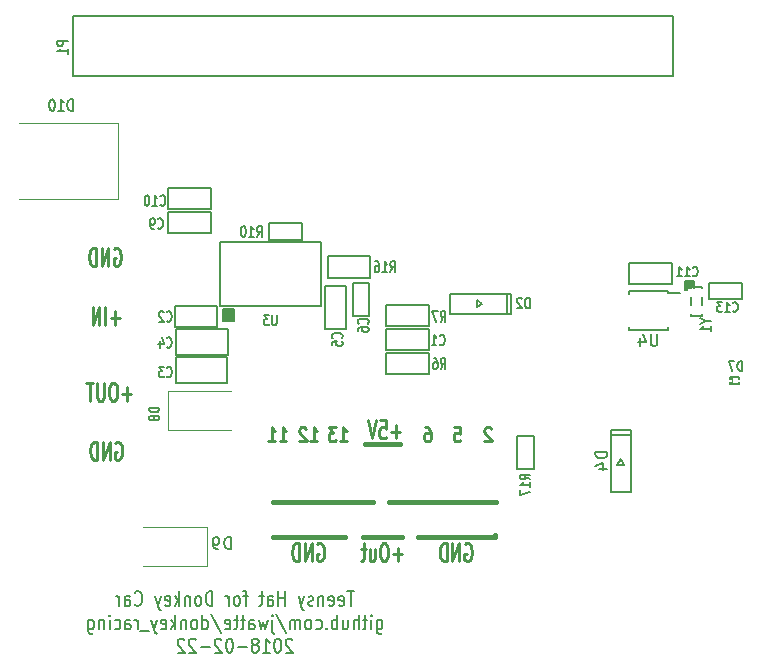
<source format=gbo>
G04 #@! TF.FileFunction,Legend,Bot*
%FSLAX45Y45*%
G04 Gerber Fmt 4.5, Leading zero omitted, Abs format (unit mm)*
G04 Created by KiCad (PCBNEW 4.0.7-e2-6376~58~ubuntu17.04.1) date Thu Feb 22 21:40:24 2018*
%MOMM*%
%LPD*%
G01*
G04 APERTURE LIST*
%ADD10C,0.100000*%
%ADD11C,0.250000*%
%ADD12C,0.200000*%
%ADD13C,0.254000*%
%ADD14C,0.400000*%
%ADD15C,0.150000*%
%ADD16C,0.127000*%
%ADD17C,0.120000*%
%ADD18C,0.175000*%
%ADD19C,0.152400*%
%ADD20R,1.700000X1.700000*%
%ADD21O,1.700000X1.700000*%
%ADD22C,1.500000*%
%ADD23R,0.901700X1.501140*%
%ADD24R,1.153160X1.851660*%
%ADD25R,1.501140X0.901700*%
%ADD26R,1.102360X0.802640*%
%ADD27R,0.848360X1.198880*%
%ADD28R,3.600000X1.800000*%
%ADD29O,3.600000X1.800000*%
%ADD30R,1.500000X1.500000*%
%ADD31O,1.500000X1.500000*%
%ADD32R,0.952500X1.551940*%
%ADD33R,0.802640X1.102360*%
%ADD34O,1.300000X2.000000*%
%ADD35R,2.200000X0.600000*%
%ADD36R,2.500000X3.500000*%
%ADD37R,1.400000X0.700000*%
%ADD38R,1.198880X0.848360*%
%ADD39R,1.100000X0.400000*%
%ADD40R,0.360000X0.250000*%
%ADD41R,2.500000X1.800000*%
%ADD42R,2.500000X3.300000*%
%ADD43C,1.506220*%
G04 APERTURE END LIST*
D10*
D11*
X9959048Y-9694286D02*
X10016191Y-9694286D01*
X9987619Y-9694286D02*
X9987619Y-9574286D01*
X9997143Y-9591429D01*
X10006667Y-9602857D01*
X10016191Y-9608571D01*
X9863810Y-9694286D02*
X9920952Y-9694286D01*
X9892381Y-9694286D02*
X9892381Y-9574286D01*
X9901905Y-9591429D01*
X9911429Y-9602857D01*
X9920952Y-9608571D01*
X10219048Y-9694286D02*
X10276191Y-9694286D01*
X10247619Y-9694286D02*
X10247619Y-9574286D01*
X10257143Y-9591429D01*
X10266667Y-9602857D01*
X10276191Y-9608571D01*
X10180952Y-9585714D02*
X10176191Y-9580000D01*
X10166667Y-9574286D01*
X10142857Y-9574286D01*
X10133333Y-9580000D01*
X10128571Y-9585714D01*
X10123810Y-9597143D01*
X10123810Y-9608571D01*
X10128571Y-9625714D01*
X10185714Y-9694286D01*
X10123810Y-9694286D01*
X10469048Y-9694286D02*
X10526191Y-9694286D01*
X10497619Y-9694286D02*
X10497619Y-9574286D01*
X10507143Y-9591429D01*
X10516667Y-9602857D01*
X10526191Y-9608571D01*
X10435714Y-9574286D02*
X10373810Y-9574286D01*
X10407143Y-9620000D01*
X10392857Y-9620000D01*
X10383333Y-9625714D01*
X10378571Y-9631429D01*
X10373810Y-9642857D01*
X10373810Y-9671429D01*
X10378571Y-9682857D01*
X10383333Y-9688571D01*
X10392857Y-9694286D01*
X10421429Y-9694286D01*
X10430952Y-9688571D01*
X10435714Y-9682857D01*
X11190952Y-9574286D02*
X11210000Y-9574286D01*
X11219524Y-9580000D01*
X11224286Y-9585714D01*
X11233809Y-9602857D01*
X11238571Y-9625714D01*
X11238571Y-9671429D01*
X11233809Y-9682857D01*
X11229048Y-9688571D01*
X11219524Y-9694286D01*
X11200476Y-9694286D01*
X11190952Y-9688571D01*
X11186190Y-9682857D01*
X11181429Y-9671429D01*
X11181429Y-9642857D01*
X11186190Y-9631429D01*
X11190952Y-9625714D01*
X11200476Y-9620000D01*
X11219524Y-9620000D01*
X11229048Y-9625714D01*
X11233809Y-9631429D01*
X11238571Y-9642857D01*
X11436190Y-9574286D02*
X11483809Y-9574286D01*
X11488571Y-9631429D01*
X11483809Y-9625714D01*
X11474286Y-9620000D01*
X11450476Y-9620000D01*
X11440952Y-9625714D01*
X11436190Y-9631429D01*
X11431428Y-9642857D01*
X11431428Y-9671429D01*
X11436190Y-9682857D01*
X11440952Y-9688571D01*
X11450476Y-9694286D01*
X11474286Y-9694286D01*
X11483809Y-9688571D01*
X11488571Y-9682857D01*
X11748571Y-9585714D02*
X11743809Y-9580000D01*
X11734286Y-9574286D01*
X11710476Y-9574286D01*
X11700952Y-9580000D01*
X11696190Y-9585714D01*
X11691428Y-9597143D01*
X11691428Y-9608571D01*
X11696190Y-9625714D01*
X11753333Y-9694286D01*
X11691428Y-9694286D01*
D12*
X10589524Y-10964286D02*
X10532381Y-10964286D01*
X10560953Y-11084286D02*
X10560953Y-10964286D01*
X10460953Y-11078571D02*
X10470476Y-11084286D01*
X10489524Y-11084286D01*
X10499048Y-11078571D01*
X10503810Y-11067143D01*
X10503810Y-11021429D01*
X10499048Y-11010000D01*
X10489524Y-11004286D01*
X10470476Y-11004286D01*
X10460953Y-11010000D01*
X10456191Y-11021429D01*
X10456191Y-11032857D01*
X10503810Y-11044286D01*
X10375238Y-11078571D02*
X10384762Y-11084286D01*
X10403810Y-11084286D01*
X10413334Y-11078571D01*
X10418095Y-11067143D01*
X10418095Y-11021429D01*
X10413334Y-11010000D01*
X10403810Y-11004286D01*
X10384762Y-11004286D01*
X10375238Y-11010000D01*
X10370476Y-11021429D01*
X10370476Y-11032857D01*
X10418095Y-11044286D01*
X10327619Y-11004286D02*
X10327619Y-11084286D01*
X10327619Y-11015714D02*
X10322857Y-11010000D01*
X10313334Y-11004286D01*
X10299048Y-11004286D01*
X10289524Y-11010000D01*
X10284762Y-11021429D01*
X10284762Y-11084286D01*
X10241905Y-11078571D02*
X10232381Y-11084286D01*
X10213334Y-11084286D01*
X10203810Y-11078571D01*
X10199048Y-11067143D01*
X10199048Y-11061429D01*
X10203810Y-11050000D01*
X10213334Y-11044286D01*
X10227619Y-11044286D01*
X10237143Y-11038571D01*
X10241905Y-11027143D01*
X10241905Y-11021429D01*
X10237143Y-11010000D01*
X10227619Y-11004286D01*
X10213334Y-11004286D01*
X10203810Y-11010000D01*
X10165714Y-11004286D02*
X10141905Y-11084286D01*
X10118095Y-11004286D02*
X10141905Y-11084286D01*
X10151429Y-11112857D01*
X10156191Y-11118571D01*
X10165714Y-11124286D01*
X10003810Y-11084286D02*
X10003810Y-10964286D01*
X10003810Y-11021429D02*
X9946667Y-11021429D01*
X9946667Y-11084286D02*
X9946667Y-10964286D01*
X9856191Y-11084286D02*
X9856191Y-11021429D01*
X9860952Y-11010000D01*
X9870476Y-11004286D01*
X9889524Y-11004286D01*
X9899048Y-11010000D01*
X9856191Y-11078571D02*
X9865714Y-11084286D01*
X9889524Y-11084286D01*
X9899048Y-11078571D01*
X9903810Y-11067143D01*
X9903810Y-11055714D01*
X9899048Y-11044286D01*
X9889524Y-11038571D01*
X9865714Y-11038571D01*
X9856191Y-11032857D01*
X9822857Y-11004286D02*
X9784762Y-11004286D01*
X9808572Y-10964286D02*
X9808572Y-11067143D01*
X9803810Y-11078571D01*
X9794286Y-11084286D01*
X9784762Y-11084286D01*
X9689524Y-11004286D02*
X9651429Y-11004286D01*
X9675238Y-11084286D02*
X9675238Y-10981429D01*
X9670476Y-10970000D01*
X9660952Y-10964286D01*
X9651429Y-10964286D01*
X9603810Y-11084286D02*
X9613333Y-11078571D01*
X9618095Y-11072857D01*
X9622857Y-11061429D01*
X9622857Y-11027143D01*
X9618095Y-11015714D01*
X9613333Y-11010000D01*
X9603810Y-11004286D01*
X9589524Y-11004286D01*
X9580000Y-11010000D01*
X9575238Y-11015714D01*
X9570476Y-11027143D01*
X9570476Y-11061429D01*
X9575238Y-11072857D01*
X9580000Y-11078571D01*
X9589524Y-11084286D01*
X9603810Y-11084286D01*
X9527619Y-11084286D02*
X9527619Y-11004286D01*
X9527619Y-11027143D02*
X9522857Y-11015714D01*
X9518095Y-11010000D01*
X9508571Y-11004286D01*
X9499048Y-11004286D01*
X9389524Y-11084286D02*
X9389524Y-10964286D01*
X9365714Y-10964286D01*
X9351428Y-10970000D01*
X9341905Y-10981429D01*
X9337143Y-10992857D01*
X9332381Y-11015714D01*
X9332381Y-11032857D01*
X9337143Y-11055714D01*
X9341905Y-11067143D01*
X9351428Y-11078571D01*
X9365714Y-11084286D01*
X9389524Y-11084286D01*
X9275238Y-11084286D02*
X9284762Y-11078571D01*
X9289524Y-11072857D01*
X9294286Y-11061429D01*
X9294286Y-11027143D01*
X9289524Y-11015714D01*
X9284762Y-11010000D01*
X9275238Y-11004286D01*
X9260952Y-11004286D01*
X9251428Y-11010000D01*
X9246667Y-11015714D01*
X9241905Y-11027143D01*
X9241905Y-11061429D01*
X9246667Y-11072857D01*
X9251428Y-11078571D01*
X9260952Y-11084286D01*
X9275238Y-11084286D01*
X9199048Y-11004286D02*
X9199048Y-11084286D01*
X9199048Y-11015714D02*
X9194286Y-11010000D01*
X9184762Y-11004286D01*
X9170476Y-11004286D01*
X9160952Y-11010000D01*
X9156190Y-11021429D01*
X9156190Y-11084286D01*
X9108571Y-11084286D02*
X9108571Y-10964286D01*
X9099048Y-11038571D02*
X9070476Y-11084286D01*
X9070476Y-11004286D02*
X9108571Y-11050000D01*
X8989524Y-11078571D02*
X8999047Y-11084286D01*
X9018095Y-11084286D01*
X9027619Y-11078571D01*
X9032381Y-11067143D01*
X9032381Y-11021429D01*
X9027619Y-11010000D01*
X9018095Y-11004286D01*
X8999047Y-11004286D01*
X8989524Y-11010000D01*
X8984762Y-11021429D01*
X8984762Y-11032857D01*
X9032381Y-11044286D01*
X8951428Y-11004286D02*
X8927619Y-11084286D01*
X8903809Y-11004286D02*
X8927619Y-11084286D01*
X8937143Y-11112857D01*
X8941905Y-11118571D01*
X8951428Y-11124286D01*
X8732381Y-11072857D02*
X8737143Y-11078571D01*
X8751428Y-11084286D01*
X8760952Y-11084286D01*
X8775238Y-11078571D01*
X8784762Y-11067143D01*
X8789524Y-11055714D01*
X8794286Y-11032857D01*
X8794286Y-11015714D01*
X8789524Y-10992857D01*
X8784762Y-10981429D01*
X8775238Y-10970000D01*
X8760952Y-10964286D01*
X8751428Y-10964286D01*
X8737143Y-10970000D01*
X8732381Y-10975714D01*
X8646666Y-11084286D02*
X8646666Y-11021429D01*
X8651428Y-11010000D01*
X8660952Y-11004286D01*
X8680000Y-11004286D01*
X8689524Y-11010000D01*
X8646666Y-11078571D02*
X8656190Y-11084286D01*
X8680000Y-11084286D01*
X8689524Y-11078571D01*
X8694286Y-11067143D01*
X8694286Y-11055714D01*
X8689524Y-11044286D01*
X8680000Y-11038571D01*
X8656190Y-11038571D01*
X8646666Y-11032857D01*
X8599047Y-11084286D02*
X8599047Y-11004286D01*
X8599047Y-11027143D02*
X8594286Y-11015714D01*
X8589524Y-11010000D01*
X8580000Y-11004286D01*
X8570476Y-11004286D01*
X10780000Y-11204286D02*
X10780000Y-11301429D01*
X10784762Y-11312857D01*
X10789524Y-11318571D01*
X10799048Y-11324286D01*
X10813333Y-11324286D01*
X10822857Y-11318571D01*
X10780000Y-11278571D02*
X10789524Y-11284286D01*
X10808572Y-11284286D01*
X10818095Y-11278571D01*
X10822857Y-11272857D01*
X10827619Y-11261429D01*
X10827619Y-11227143D01*
X10822857Y-11215714D01*
X10818095Y-11210000D01*
X10808572Y-11204286D01*
X10789524Y-11204286D01*
X10780000Y-11210000D01*
X10732381Y-11284286D02*
X10732381Y-11204286D01*
X10732381Y-11164286D02*
X10737143Y-11170000D01*
X10732381Y-11175714D01*
X10727619Y-11170000D01*
X10732381Y-11164286D01*
X10732381Y-11175714D01*
X10699048Y-11204286D02*
X10660953Y-11204286D01*
X10684762Y-11164286D02*
X10684762Y-11267143D01*
X10680000Y-11278571D01*
X10670476Y-11284286D01*
X10660953Y-11284286D01*
X10627619Y-11284286D02*
X10627619Y-11164286D01*
X10584762Y-11284286D02*
X10584762Y-11221429D01*
X10589524Y-11210000D01*
X10599048Y-11204286D01*
X10613333Y-11204286D01*
X10622857Y-11210000D01*
X10627619Y-11215714D01*
X10494286Y-11204286D02*
X10494286Y-11284286D01*
X10537143Y-11204286D02*
X10537143Y-11267143D01*
X10532381Y-11278571D01*
X10522857Y-11284286D01*
X10508571Y-11284286D01*
X10499048Y-11278571D01*
X10494286Y-11272857D01*
X10446667Y-11284286D02*
X10446667Y-11164286D01*
X10446667Y-11210000D02*
X10437143Y-11204286D01*
X10418095Y-11204286D01*
X10408571Y-11210000D01*
X10403810Y-11215714D01*
X10399048Y-11227143D01*
X10399048Y-11261429D01*
X10403810Y-11272857D01*
X10408571Y-11278571D01*
X10418095Y-11284286D01*
X10437143Y-11284286D01*
X10446667Y-11278571D01*
X10356191Y-11272857D02*
X10351429Y-11278571D01*
X10356191Y-11284286D01*
X10360952Y-11278571D01*
X10356191Y-11272857D01*
X10356191Y-11284286D01*
X10265714Y-11278571D02*
X10275238Y-11284286D01*
X10294286Y-11284286D01*
X10303810Y-11278571D01*
X10308572Y-11272857D01*
X10313333Y-11261429D01*
X10313333Y-11227143D01*
X10308572Y-11215714D01*
X10303810Y-11210000D01*
X10294286Y-11204286D01*
X10275238Y-11204286D01*
X10265714Y-11210000D01*
X10208572Y-11284286D02*
X10218095Y-11278571D01*
X10222857Y-11272857D01*
X10227619Y-11261429D01*
X10227619Y-11227143D01*
X10222857Y-11215714D01*
X10218095Y-11210000D01*
X10208572Y-11204286D01*
X10194286Y-11204286D01*
X10184762Y-11210000D01*
X10180000Y-11215714D01*
X10175238Y-11227143D01*
X10175238Y-11261429D01*
X10180000Y-11272857D01*
X10184762Y-11278571D01*
X10194286Y-11284286D01*
X10208572Y-11284286D01*
X10132381Y-11284286D02*
X10132381Y-11204286D01*
X10132381Y-11215714D02*
X10127619Y-11210000D01*
X10118095Y-11204286D01*
X10103810Y-11204286D01*
X10094286Y-11210000D01*
X10089524Y-11221429D01*
X10089524Y-11284286D01*
X10089524Y-11221429D02*
X10084762Y-11210000D01*
X10075238Y-11204286D01*
X10060952Y-11204286D01*
X10051429Y-11210000D01*
X10046667Y-11221429D01*
X10046667Y-11284286D01*
X9927619Y-11158571D02*
X10013333Y-11312857D01*
X9894286Y-11204286D02*
X9894286Y-11307143D01*
X9899048Y-11318571D01*
X9908572Y-11324286D01*
X9913333Y-11324286D01*
X9894286Y-11164286D02*
X9899048Y-11170000D01*
X9894286Y-11175714D01*
X9889524Y-11170000D01*
X9894286Y-11164286D01*
X9894286Y-11175714D01*
X9856191Y-11204286D02*
X9837143Y-11284286D01*
X9818095Y-11227143D01*
X9799048Y-11284286D01*
X9780000Y-11204286D01*
X9699048Y-11284286D02*
X9699048Y-11221429D01*
X9703810Y-11210000D01*
X9713333Y-11204286D01*
X9732381Y-11204286D01*
X9741905Y-11210000D01*
X9699048Y-11278571D02*
X9708572Y-11284286D01*
X9732381Y-11284286D01*
X9741905Y-11278571D01*
X9746667Y-11267143D01*
X9746667Y-11255714D01*
X9741905Y-11244286D01*
X9732381Y-11238571D01*
X9708572Y-11238571D01*
X9699048Y-11232857D01*
X9665714Y-11204286D02*
X9627619Y-11204286D01*
X9651429Y-11164286D02*
X9651429Y-11267143D01*
X9646667Y-11278571D01*
X9637143Y-11284286D01*
X9627619Y-11284286D01*
X9608572Y-11204286D02*
X9570476Y-11204286D01*
X9594286Y-11164286D02*
X9594286Y-11267143D01*
X9589524Y-11278571D01*
X9580000Y-11284286D01*
X9570476Y-11284286D01*
X9499048Y-11278571D02*
X9508571Y-11284286D01*
X9527619Y-11284286D01*
X9537143Y-11278571D01*
X9541905Y-11267143D01*
X9541905Y-11221429D01*
X9537143Y-11210000D01*
X9527619Y-11204286D01*
X9508571Y-11204286D01*
X9499048Y-11210000D01*
X9494286Y-11221429D01*
X9494286Y-11232857D01*
X9541905Y-11244286D01*
X9380000Y-11158571D02*
X9465714Y-11312857D01*
X9303810Y-11284286D02*
X9303810Y-11164286D01*
X9303810Y-11278571D02*
X9313333Y-11284286D01*
X9332381Y-11284286D01*
X9341905Y-11278571D01*
X9346667Y-11272857D01*
X9351429Y-11261429D01*
X9351429Y-11227143D01*
X9346667Y-11215714D01*
X9341905Y-11210000D01*
X9332381Y-11204286D01*
X9313333Y-11204286D01*
X9303810Y-11210000D01*
X9241905Y-11284286D02*
X9251429Y-11278571D01*
X9256191Y-11272857D01*
X9260952Y-11261429D01*
X9260952Y-11227143D01*
X9256191Y-11215714D01*
X9251429Y-11210000D01*
X9241905Y-11204286D01*
X9227619Y-11204286D01*
X9218095Y-11210000D01*
X9213333Y-11215714D01*
X9208571Y-11227143D01*
X9208571Y-11261429D01*
X9213333Y-11272857D01*
X9218095Y-11278571D01*
X9227619Y-11284286D01*
X9241905Y-11284286D01*
X9165714Y-11204286D02*
X9165714Y-11284286D01*
X9165714Y-11215714D02*
X9160952Y-11210000D01*
X9151429Y-11204286D01*
X9137143Y-11204286D01*
X9127619Y-11210000D01*
X9122857Y-11221429D01*
X9122857Y-11284286D01*
X9075238Y-11284286D02*
X9075238Y-11164286D01*
X9065714Y-11238571D02*
X9037143Y-11284286D01*
X9037143Y-11204286D02*
X9075238Y-11250000D01*
X8956190Y-11278571D02*
X8965714Y-11284286D01*
X8984762Y-11284286D01*
X8994286Y-11278571D01*
X8999048Y-11267143D01*
X8999048Y-11221429D01*
X8994286Y-11210000D01*
X8984762Y-11204286D01*
X8965714Y-11204286D01*
X8956190Y-11210000D01*
X8951429Y-11221429D01*
X8951429Y-11232857D01*
X8999048Y-11244286D01*
X8918095Y-11204286D02*
X8894286Y-11284286D01*
X8870476Y-11204286D02*
X8894286Y-11284286D01*
X8903810Y-11312857D01*
X8908571Y-11318571D01*
X8918095Y-11324286D01*
X8856190Y-11295714D02*
X8780000Y-11295714D01*
X8756190Y-11284286D02*
X8756190Y-11204286D01*
X8756190Y-11227143D02*
X8751429Y-11215714D01*
X8746667Y-11210000D01*
X8737143Y-11204286D01*
X8727619Y-11204286D01*
X8651428Y-11284286D02*
X8651428Y-11221429D01*
X8656190Y-11210000D01*
X8665714Y-11204286D01*
X8684762Y-11204286D01*
X8694286Y-11210000D01*
X8651428Y-11278571D02*
X8660952Y-11284286D01*
X8684762Y-11284286D01*
X8694286Y-11278571D01*
X8699048Y-11267143D01*
X8699048Y-11255714D01*
X8694286Y-11244286D01*
X8684762Y-11238571D01*
X8660952Y-11238571D01*
X8651428Y-11232857D01*
X8560952Y-11278571D02*
X8570476Y-11284286D01*
X8589524Y-11284286D01*
X8599048Y-11278571D01*
X8603809Y-11272857D01*
X8608571Y-11261429D01*
X8608571Y-11227143D01*
X8603809Y-11215714D01*
X8599048Y-11210000D01*
X8589524Y-11204286D01*
X8570476Y-11204286D01*
X8560952Y-11210000D01*
X8518095Y-11284286D02*
X8518095Y-11204286D01*
X8518095Y-11164286D02*
X8522857Y-11170000D01*
X8518095Y-11175714D01*
X8513333Y-11170000D01*
X8518095Y-11164286D01*
X8518095Y-11175714D01*
X8470476Y-11204286D02*
X8470476Y-11284286D01*
X8470476Y-11215714D02*
X8465714Y-11210000D01*
X8456190Y-11204286D01*
X8441905Y-11204286D01*
X8432381Y-11210000D01*
X8427619Y-11221429D01*
X8427619Y-11284286D01*
X8337143Y-11204286D02*
X8337143Y-11301429D01*
X8341905Y-11312857D01*
X8346666Y-11318571D01*
X8356190Y-11324286D01*
X8370476Y-11324286D01*
X8380000Y-11318571D01*
X8337143Y-11278571D02*
X8346666Y-11284286D01*
X8365714Y-11284286D01*
X8375238Y-11278571D01*
X8380000Y-11272857D01*
X8384762Y-11261429D01*
X8384762Y-11227143D01*
X8380000Y-11215714D01*
X8375238Y-11210000D01*
X8365714Y-11204286D01*
X8346666Y-11204286D01*
X8337143Y-11210000D01*
X10065714Y-11375714D02*
X10060952Y-11370000D01*
X10051429Y-11364286D01*
X10027619Y-11364286D01*
X10018095Y-11370000D01*
X10013333Y-11375714D01*
X10008571Y-11387143D01*
X10008571Y-11398571D01*
X10013333Y-11415714D01*
X10070476Y-11484286D01*
X10008571Y-11484286D01*
X9946667Y-11364286D02*
X9937143Y-11364286D01*
X9927619Y-11370000D01*
X9922857Y-11375714D01*
X9918095Y-11387143D01*
X9913333Y-11410000D01*
X9913333Y-11438571D01*
X9918095Y-11461429D01*
X9922857Y-11472857D01*
X9927619Y-11478571D01*
X9937143Y-11484286D01*
X9946667Y-11484286D01*
X9956191Y-11478571D01*
X9960952Y-11472857D01*
X9965714Y-11461429D01*
X9970476Y-11438571D01*
X9970476Y-11410000D01*
X9965714Y-11387143D01*
X9960952Y-11375714D01*
X9956191Y-11370000D01*
X9946667Y-11364286D01*
X9818095Y-11484286D02*
X9875238Y-11484286D01*
X9846667Y-11484286D02*
X9846667Y-11364286D01*
X9856191Y-11381429D01*
X9865714Y-11392857D01*
X9875238Y-11398571D01*
X9760952Y-11415714D02*
X9770476Y-11410000D01*
X9775238Y-11404286D01*
X9780000Y-11392857D01*
X9780000Y-11387143D01*
X9775238Y-11375714D01*
X9770476Y-11370000D01*
X9760952Y-11364286D01*
X9741905Y-11364286D01*
X9732381Y-11370000D01*
X9727619Y-11375714D01*
X9722857Y-11387143D01*
X9722857Y-11392857D01*
X9727619Y-11404286D01*
X9732381Y-11410000D01*
X9741905Y-11415714D01*
X9760952Y-11415714D01*
X9770476Y-11421429D01*
X9775238Y-11427143D01*
X9780000Y-11438571D01*
X9780000Y-11461429D01*
X9775238Y-11472857D01*
X9770476Y-11478571D01*
X9760952Y-11484286D01*
X9741905Y-11484286D01*
X9732381Y-11478571D01*
X9727619Y-11472857D01*
X9722857Y-11461429D01*
X9722857Y-11438571D01*
X9727619Y-11427143D01*
X9732381Y-11421429D01*
X9741905Y-11415714D01*
X9680000Y-11438571D02*
X9603810Y-11438571D01*
X9537143Y-11364286D02*
X9527619Y-11364286D01*
X9518095Y-11370000D01*
X9513333Y-11375714D01*
X9508571Y-11387143D01*
X9503810Y-11410000D01*
X9503810Y-11438571D01*
X9508571Y-11461429D01*
X9513333Y-11472857D01*
X9518095Y-11478571D01*
X9527619Y-11484286D01*
X9537143Y-11484286D01*
X9546667Y-11478571D01*
X9551429Y-11472857D01*
X9556191Y-11461429D01*
X9560952Y-11438571D01*
X9560952Y-11410000D01*
X9556191Y-11387143D01*
X9551429Y-11375714D01*
X9546667Y-11370000D01*
X9537143Y-11364286D01*
X9465714Y-11375714D02*
X9460952Y-11370000D01*
X9451429Y-11364286D01*
X9427619Y-11364286D01*
X9418095Y-11370000D01*
X9413333Y-11375714D01*
X9408571Y-11387143D01*
X9408571Y-11398571D01*
X9413333Y-11415714D01*
X9470476Y-11484286D01*
X9408571Y-11484286D01*
X9365714Y-11438571D02*
X9289524Y-11438571D01*
X9246667Y-11375714D02*
X9241905Y-11370000D01*
X9232381Y-11364286D01*
X9208571Y-11364286D01*
X9199048Y-11370000D01*
X9194286Y-11375714D01*
X9189524Y-11387143D01*
X9189524Y-11398571D01*
X9194286Y-11415714D01*
X9251429Y-11484286D01*
X9189524Y-11484286D01*
X9151429Y-11375714D02*
X9146667Y-11370000D01*
X9137143Y-11364286D01*
X9113333Y-11364286D01*
X9103810Y-11370000D01*
X9099048Y-11375714D01*
X9094286Y-11387143D01*
X9094286Y-11398571D01*
X9099048Y-11415714D01*
X9156191Y-11484286D01*
X9094286Y-11484286D01*
D13*
X10980629Y-9610886D02*
X10903219Y-9610886D01*
X10941924Y-9668943D02*
X10941924Y-9552829D01*
X10806457Y-9516543D02*
X10854838Y-9516543D01*
X10859676Y-9589114D01*
X10854838Y-9581857D01*
X10845162Y-9574600D01*
X10820971Y-9574600D01*
X10811295Y-9581857D01*
X10806457Y-9589114D01*
X10801619Y-9603629D01*
X10801619Y-9639914D01*
X10806457Y-9654429D01*
X10811295Y-9661686D01*
X10820971Y-9668943D01*
X10845162Y-9668943D01*
X10854838Y-9661686D01*
X10859676Y-9654429D01*
X10772590Y-9516543D02*
X10738724Y-9668943D01*
X10704857Y-9516543D01*
X10277410Y-10563800D02*
X10287086Y-10556543D01*
X10301600Y-10556543D01*
X10316114Y-10563800D01*
X10325790Y-10578314D01*
X10330629Y-10592829D01*
X10335467Y-10621857D01*
X10335467Y-10643629D01*
X10330629Y-10672657D01*
X10325790Y-10687171D01*
X10316114Y-10701686D01*
X10301600Y-10708943D01*
X10291924Y-10708943D01*
X10277410Y-10701686D01*
X10272571Y-10694429D01*
X10272571Y-10643629D01*
X10291924Y-10643629D01*
X10229029Y-10708943D02*
X10229029Y-10556543D01*
X10170971Y-10708943D01*
X10170971Y-10556543D01*
X10122590Y-10708943D02*
X10122590Y-10556543D01*
X10098400Y-10556543D01*
X10083886Y-10563800D01*
X10074210Y-10578314D01*
X10069371Y-10592829D01*
X10064533Y-10621857D01*
X10064533Y-10643629D01*
X10069371Y-10672657D01*
X10074210Y-10687171D01*
X10083886Y-10701686D01*
X10098400Y-10708943D01*
X10122590Y-10708943D01*
X10996914Y-10650886D02*
X10919505Y-10650886D01*
X10958210Y-10708943D02*
X10958210Y-10592829D01*
X10851771Y-10556543D02*
X10832419Y-10556543D01*
X10822743Y-10563800D01*
X10813067Y-10578314D01*
X10808229Y-10607343D01*
X10808229Y-10658143D01*
X10813067Y-10687171D01*
X10822743Y-10701686D01*
X10832419Y-10708943D01*
X10851771Y-10708943D01*
X10861448Y-10701686D01*
X10871124Y-10687171D01*
X10875962Y-10658143D01*
X10875962Y-10607343D01*
X10871124Y-10578314D01*
X10861448Y-10563800D01*
X10851771Y-10556543D01*
X10721143Y-10607343D02*
X10721143Y-10708943D01*
X10764686Y-10607343D02*
X10764686Y-10687171D01*
X10759848Y-10701686D01*
X10750171Y-10708943D01*
X10735657Y-10708943D01*
X10725981Y-10701686D01*
X10721143Y-10694429D01*
X10687276Y-10607343D02*
X10648571Y-10607343D01*
X10672762Y-10556543D02*
X10672762Y-10687171D01*
X10667924Y-10701686D01*
X10658248Y-10708943D01*
X10648571Y-10708943D01*
X11527409Y-10563800D02*
X11537086Y-10556543D01*
X11551600Y-10556543D01*
X11566114Y-10563800D01*
X11575790Y-10578314D01*
X11580628Y-10592829D01*
X11585467Y-10621857D01*
X11585467Y-10643629D01*
X11580628Y-10672657D01*
X11575790Y-10687171D01*
X11566114Y-10701686D01*
X11551600Y-10708943D01*
X11541924Y-10708943D01*
X11527409Y-10701686D01*
X11522571Y-10694429D01*
X11522571Y-10643629D01*
X11541924Y-10643629D01*
X11479028Y-10708943D02*
X11479028Y-10556543D01*
X11420971Y-10708943D01*
X11420971Y-10556543D01*
X11372590Y-10708943D02*
X11372590Y-10556543D01*
X11348400Y-10556543D01*
X11333886Y-10563800D01*
X11324209Y-10578314D01*
X11319371Y-10592829D01*
X11314533Y-10621857D01*
X11314533Y-10643629D01*
X11319371Y-10672657D01*
X11324209Y-10687171D01*
X11333886Y-10701686D01*
X11348400Y-10708943D01*
X11372590Y-10708943D01*
D14*
X11780000Y-10500000D02*
X11780000Y-10490000D01*
X11130000Y-10500000D02*
X11780000Y-10500000D01*
X10510000Y-10500000D02*
X9900000Y-10500000D01*
X10880000Y-10210000D02*
X11790000Y-10210000D01*
X9900000Y-10210000D02*
X10750000Y-10210000D01*
X10680000Y-9720000D02*
X10980000Y-9720000D01*
X10660000Y-10500000D02*
X10990000Y-10500000D01*
D13*
X8567410Y-9703800D02*
X8577086Y-9696543D01*
X8591600Y-9696543D01*
X8606114Y-9703800D01*
X8615790Y-9718314D01*
X8620629Y-9732829D01*
X8625467Y-9761857D01*
X8625467Y-9783629D01*
X8620629Y-9812657D01*
X8615790Y-9827171D01*
X8606114Y-9841686D01*
X8591600Y-9848943D01*
X8581924Y-9848943D01*
X8567410Y-9841686D01*
X8562571Y-9834429D01*
X8562571Y-9783629D01*
X8581924Y-9783629D01*
X8519029Y-9848943D02*
X8519029Y-9696543D01*
X8460971Y-9848943D01*
X8460971Y-9696543D01*
X8412590Y-9848943D02*
X8412590Y-9696543D01*
X8388400Y-9696543D01*
X8373886Y-9703800D01*
X8364209Y-9718314D01*
X8359371Y-9732829D01*
X8354533Y-9761857D01*
X8354533Y-9783629D01*
X8359371Y-9812657D01*
X8364209Y-9827171D01*
X8373886Y-9841686D01*
X8388400Y-9848943D01*
X8412590Y-9848943D01*
X8557410Y-8063800D02*
X8567086Y-8056543D01*
X8581600Y-8056543D01*
X8596114Y-8063800D01*
X8605790Y-8078314D01*
X8610629Y-8092829D01*
X8615467Y-8121857D01*
X8615467Y-8143629D01*
X8610629Y-8172657D01*
X8605790Y-8187171D01*
X8596114Y-8201686D01*
X8581600Y-8208943D01*
X8571924Y-8208943D01*
X8557410Y-8201686D01*
X8552571Y-8194429D01*
X8552571Y-8143629D01*
X8571924Y-8143629D01*
X8509029Y-8208943D02*
X8509029Y-8056543D01*
X8450971Y-8208943D01*
X8450971Y-8056543D01*
X8402590Y-8208943D02*
X8402590Y-8056543D01*
X8378400Y-8056543D01*
X8363886Y-8063800D01*
X8354209Y-8078314D01*
X8349371Y-8092829D01*
X8344533Y-8121857D01*
X8344533Y-8143629D01*
X8349371Y-8172657D01*
X8354209Y-8187171D01*
X8363886Y-8201686D01*
X8378400Y-8208943D01*
X8402590Y-8208943D01*
X8606114Y-8650886D02*
X8528705Y-8650886D01*
X8567410Y-8708943D02*
X8567410Y-8592829D01*
X8480324Y-8708943D02*
X8480324Y-8556543D01*
X8431943Y-8708943D02*
X8431943Y-8556543D01*
X8373886Y-8708943D01*
X8373886Y-8556543D01*
X8703848Y-9290886D02*
X8626438Y-9290886D01*
X8665143Y-9348943D02*
X8665143Y-9232829D01*
X8558705Y-9196543D02*
X8539352Y-9196543D01*
X8529676Y-9203800D01*
X8520000Y-9218314D01*
X8515162Y-9247343D01*
X8515162Y-9298143D01*
X8520000Y-9327171D01*
X8529676Y-9341686D01*
X8539352Y-9348943D01*
X8558705Y-9348943D01*
X8568381Y-9341686D01*
X8578057Y-9327171D01*
X8582895Y-9298143D01*
X8582895Y-9247343D01*
X8578057Y-9218314D01*
X8568381Y-9203800D01*
X8558705Y-9196543D01*
X8471619Y-9196543D02*
X8471619Y-9319914D01*
X8466781Y-9334429D01*
X8461943Y-9341686D01*
X8452267Y-9348943D01*
X8432914Y-9348943D01*
X8423238Y-9341686D01*
X8418400Y-9334429D01*
X8413562Y-9319914D01*
X8413562Y-9196543D01*
X8379695Y-9196543D02*
X8321638Y-9196543D01*
X8350667Y-9348943D02*
X8350667Y-9196543D01*
D15*
X8210000Y-6604000D02*
X13290000Y-6604000D01*
X13290000Y-6604000D02*
X13290000Y-6096000D01*
X13290000Y-6096000D02*
X8210000Y-6096000D01*
X8210000Y-6096000D02*
X8210000Y-6604000D01*
D16*
X11222482Y-8742934D02*
X11222482Y-8922766D01*
X11222482Y-8922766D02*
X10862818Y-8922766D01*
X10862818Y-8922766D02*
X10862818Y-8742934D01*
X10862818Y-8742934D02*
X11222482Y-8742934D01*
X9431782Y-8546084D02*
X9431782Y-8725916D01*
X9431782Y-8725916D02*
X9072118Y-8725916D01*
X9072118Y-8725916D02*
X9072118Y-8546084D01*
X9072118Y-8546084D02*
X9431782Y-8546084D01*
X9516364Y-8983218D02*
X9516364Y-9203182D01*
X9516364Y-9203182D02*
X9076436Y-9203182D01*
X9076436Y-9203182D02*
X9076436Y-8983218D01*
X9076436Y-8983218D02*
X9516364Y-8983218D01*
X9519964Y-8740018D02*
X9519964Y-8959982D01*
X9519964Y-8959982D02*
X9080036Y-8959982D01*
X9080036Y-8959982D02*
X9080036Y-8740018D01*
X9080036Y-8740018D02*
X9519964Y-8740018D01*
X10340084Y-8380168D02*
X10519916Y-8380168D01*
X10519916Y-8380168D02*
X10519916Y-8739832D01*
X10519916Y-8739832D02*
X10340084Y-8739832D01*
X10340084Y-8739832D02*
X10340084Y-8380168D01*
X10579100Y-8349996D02*
X10718800Y-8349996D01*
X10718800Y-8349996D02*
X10718800Y-8629904D01*
X10718800Y-8629904D02*
X10579100Y-8629904D01*
X10579100Y-8629904D02*
X10579100Y-8349996D01*
X9014968Y-7932166D02*
X9014968Y-7752334D01*
X9014968Y-7752334D02*
X9374632Y-7752334D01*
X9374632Y-7752334D02*
X9374632Y-7932166D01*
X9374632Y-7932166D02*
X9014968Y-7932166D01*
X9014968Y-7728966D02*
X9014968Y-7549134D01*
X9014968Y-7549134D02*
X9374632Y-7549134D01*
X9374632Y-7549134D02*
X9374632Y-7728966D01*
X9374632Y-7728966D02*
X9014968Y-7728966D01*
X11879776Y-8445164D02*
X11400224Y-8445164D01*
X11400224Y-8445164D02*
X11400224Y-8614836D01*
X11400224Y-8614836D02*
X11879776Y-8614836D01*
X11879776Y-8614836D02*
X11879776Y-8445164D01*
X11674798Y-8530000D02*
X11625014Y-8500028D01*
X11625014Y-8500028D02*
X11625014Y-8559972D01*
X11625014Y-8559972D02*
X11674798Y-8530000D01*
X11919908Y-8445164D02*
X11879776Y-8445164D01*
X11879776Y-8445164D02*
X11879776Y-8614836D01*
X11879776Y-8614836D02*
X11919908Y-8614836D01*
X11919908Y-8614836D02*
X11919908Y-8445164D01*
X10862818Y-9125966D02*
X10862818Y-8946134D01*
X10862818Y-8946134D02*
X11222482Y-8946134D01*
X11222482Y-8946134D02*
X11222482Y-9125966D01*
X11222482Y-9125966D02*
X10862818Y-9125966D01*
X11222482Y-8539734D02*
X11222482Y-8719566D01*
X11222482Y-8719566D02*
X10862818Y-8719566D01*
X10862818Y-8719566D02*
X10862818Y-8539734D01*
X10862818Y-8539734D02*
X11222482Y-8539734D01*
X9867646Y-7988300D02*
X9867646Y-7848600D01*
X9867646Y-7848600D02*
X10147554Y-7848600D01*
X10147554Y-7848600D02*
X10147554Y-7988300D01*
X10147554Y-7988300D02*
X9867646Y-7988300D01*
X10727182Y-8126984D02*
X10727182Y-8306816D01*
X10727182Y-8306816D02*
X10367518Y-8306816D01*
X10367518Y-8306816D02*
X10367518Y-8126984D01*
X10367518Y-8126984D02*
X10727182Y-8126984D01*
D15*
X9560600Y-8570400D02*
X9560600Y-8670400D01*
X9550600Y-8570400D02*
X9550600Y-8670400D01*
X9540600Y-8570400D02*
X9540600Y-8670400D01*
X9530600Y-8570400D02*
X9530600Y-8670400D01*
X9520600Y-8570400D02*
X9520600Y-8670400D01*
X9510600Y-8570400D02*
X9510600Y-8670400D01*
X9500600Y-8570400D02*
X9500600Y-8670400D01*
X9490600Y-8570400D02*
X9490600Y-8670400D01*
X9480600Y-8570400D02*
X9480600Y-8670400D01*
X9480600Y-8670400D02*
X9570600Y-8670400D01*
X9570600Y-8670400D02*
X9570600Y-8570400D01*
X9570600Y-8570400D02*
X9480600Y-8570400D01*
X10310600Y-8450400D02*
X10310600Y-8550400D01*
X10310600Y-8550400D02*
X10210600Y-8550400D01*
X10210600Y-8550900D02*
X9450600Y-8550900D01*
X9450600Y-8550900D02*
X9450600Y-8009900D01*
X9450600Y-8009900D02*
X10310600Y-8009900D01*
X10310600Y-8009900D02*
X10310600Y-8450900D01*
X13387400Y-8399000D02*
X13437400Y-8399000D01*
X13387400Y-8389000D02*
X13437400Y-8389000D01*
X13387400Y-8379000D02*
X13437400Y-8379000D01*
X13387400Y-8369000D02*
X13457400Y-8369000D01*
X13387400Y-8359000D02*
X13457400Y-8359000D01*
X13387400Y-8349000D02*
X13457400Y-8349000D01*
X13412400Y-8334000D02*
X13462400Y-8334000D01*
X13462400Y-8334000D02*
X13462400Y-8409000D01*
X13462400Y-8409000D02*
X13387400Y-8409000D01*
X13387400Y-8409000D02*
X13387400Y-8334000D01*
X13387400Y-8334000D02*
X13412400Y-8334000D01*
X13437400Y-8384000D02*
X13437400Y-8634000D01*
X13437400Y-8634000D02*
X13537400Y-8634000D01*
X13537400Y-8634000D02*
X13537400Y-8384000D01*
X13537400Y-8384000D02*
X13437400Y-8384000D01*
D16*
X12761214Y-9640824D02*
X12761214Y-10120376D01*
X12761214Y-10120376D02*
X12930886Y-10120376D01*
X12930886Y-10120376D02*
X12930886Y-9640824D01*
X12930886Y-9640824D02*
X12761214Y-9640824D01*
X12846050Y-9845802D02*
X12816078Y-9895586D01*
X12816078Y-9895586D02*
X12876022Y-9895586D01*
X12876022Y-9895586D02*
X12846050Y-9845802D01*
X12761214Y-9600692D02*
X12761214Y-9640824D01*
X12761214Y-9640824D02*
X12930886Y-9640824D01*
X12930886Y-9640824D02*
X12930886Y-9600692D01*
X12930886Y-9600692D02*
X12761214Y-9600692D01*
D15*
X13243500Y-8422700D02*
X13243500Y-8435200D01*
X12918500Y-8422700D02*
X12918500Y-8445200D01*
X12918500Y-8747700D02*
X12918500Y-8725200D01*
X13243500Y-8747700D02*
X13243500Y-8725200D01*
X13243500Y-8422700D02*
X12918500Y-8422700D01*
X13243500Y-8747700D02*
X12918500Y-8747700D01*
X13243500Y-8435200D02*
X13351000Y-8435200D01*
D16*
X12920168Y-8359916D02*
X12920168Y-8180084D01*
X12920168Y-8180084D02*
X13279832Y-8180084D01*
X13279832Y-8180084D02*
X13279832Y-8359916D01*
X13279832Y-8359916D02*
X12920168Y-8359916D01*
X13590046Y-8489850D02*
X13590046Y-8350150D01*
X13590046Y-8350150D02*
X13869954Y-8350150D01*
X13869954Y-8350150D02*
X13869954Y-8489850D01*
X13869954Y-8489850D02*
X13590046Y-8489850D01*
X12109850Y-9929954D02*
X11970150Y-9929954D01*
X11970150Y-9929954D02*
X11970150Y-9650046D01*
X11970150Y-9650046D02*
X12109850Y-9650046D01*
X12109850Y-9650046D02*
X12109850Y-9929954D01*
D15*
X13780000Y-9210000D02*
X13780000Y-9150000D01*
X13790000Y-9210000D02*
X13790000Y-9150000D01*
X13790000Y-9150000D02*
X13790000Y-9200000D01*
X13770000Y-9210000D02*
X13850000Y-9210000D01*
X13850000Y-9210000D02*
X13850000Y-9150000D01*
X13850000Y-9150000D02*
X13770000Y-9150000D01*
X13770000Y-9150000D02*
X13770000Y-9210000D01*
D17*
X9010000Y-9595000D02*
X9010000Y-9265000D01*
X9010000Y-9265000D02*
X9550000Y-9265000D01*
X9010000Y-9595000D02*
X9550000Y-9595000D01*
X9340000Y-10415000D02*
X9340000Y-10745000D01*
X9340000Y-10745000D02*
X8800000Y-10745000D01*
X9340000Y-10415000D02*
X8800000Y-10415000D01*
X8590000Y-7645000D02*
X8590000Y-6995000D01*
X8590000Y-7645000D02*
X7750000Y-7645000D01*
X8590000Y-6995000D02*
X7750000Y-6995000D01*
D18*
X8166174Y-6305953D02*
X8076174Y-6305953D01*
X8076174Y-6332620D01*
X8080460Y-6339287D01*
X8084746Y-6342620D01*
X8093317Y-6345953D01*
X8106174Y-6345953D01*
X8114746Y-6342620D01*
X8119031Y-6339287D01*
X8123317Y-6332620D01*
X8123317Y-6305953D01*
X8166174Y-6412620D02*
X8166174Y-6372620D01*
X8166174Y-6392620D02*
X8076174Y-6392620D01*
X8089031Y-6385953D01*
X8097603Y-6379287D01*
X8101889Y-6372620D01*
X11311667Y-8872143D02*
X11315000Y-8876429D01*
X11325000Y-8880714D01*
X11331667Y-8880714D01*
X11341667Y-8876429D01*
X11348333Y-8867857D01*
X11351667Y-8859286D01*
X11355000Y-8842143D01*
X11355000Y-8829286D01*
X11351667Y-8812143D01*
X11348333Y-8803571D01*
X11341667Y-8795000D01*
X11331667Y-8790714D01*
X11325000Y-8790714D01*
X11315000Y-8795000D01*
X11311667Y-8799286D01*
X11245000Y-8880714D02*
X11285000Y-8880714D01*
X11265000Y-8880714D02*
X11265000Y-8790714D01*
X11271667Y-8803571D01*
X11278333Y-8812143D01*
X11285000Y-8816429D01*
X9001667Y-8672143D02*
X9005000Y-8676429D01*
X9015000Y-8680714D01*
X9021667Y-8680714D01*
X9031667Y-8676429D01*
X9038333Y-8667857D01*
X9041667Y-8659286D01*
X9045000Y-8642143D01*
X9045000Y-8629286D01*
X9041667Y-8612143D01*
X9038333Y-8603571D01*
X9031667Y-8595000D01*
X9021667Y-8590714D01*
X9015000Y-8590714D01*
X9005000Y-8595000D01*
X9001667Y-8599286D01*
X8975000Y-8599286D02*
X8971667Y-8595000D01*
X8965000Y-8590714D01*
X8948333Y-8590714D01*
X8941667Y-8595000D01*
X8938333Y-8599286D01*
X8935000Y-8607857D01*
X8935000Y-8616429D01*
X8938333Y-8629286D01*
X8978333Y-8680714D01*
X8935000Y-8680714D01*
X9001667Y-9142143D02*
X9005000Y-9146429D01*
X9015000Y-9150714D01*
X9021667Y-9150714D01*
X9031667Y-9146429D01*
X9038333Y-9137857D01*
X9041667Y-9129286D01*
X9045000Y-9112143D01*
X9045000Y-9099286D01*
X9041667Y-9082143D01*
X9038333Y-9073571D01*
X9031667Y-9065000D01*
X9021667Y-9060714D01*
X9015000Y-9060714D01*
X9005000Y-9065000D01*
X9001667Y-9069286D01*
X8978333Y-9060714D02*
X8935000Y-9060714D01*
X8958333Y-9095000D01*
X8948333Y-9095000D01*
X8941667Y-9099286D01*
X8938333Y-9103571D01*
X8935000Y-9112143D01*
X8935000Y-9133571D01*
X8938333Y-9142143D01*
X8941667Y-9146429D01*
X8948333Y-9150714D01*
X8968333Y-9150714D01*
X8975000Y-9146429D01*
X8978333Y-9142143D01*
X9001667Y-8892143D02*
X9005000Y-8896429D01*
X9015000Y-8900714D01*
X9021667Y-8900714D01*
X9031667Y-8896429D01*
X9038333Y-8887857D01*
X9041667Y-8879286D01*
X9045000Y-8862143D01*
X9045000Y-8849286D01*
X9041667Y-8832143D01*
X9038333Y-8823571D01*
X9031667Y-8815000D01*
X9021667Y-8810714D01*
X9015000Y-8810714D01*
X9005000Y-8815000D01*
X9001667Y-8819286D01*
X8941667Y-8840714D02*
X8941667Y-8900714D01*
X8958333Y-8806429D02*
X8975000Y-8870714D01*
X8931667Y-8870714D01*
X10482143Y-8818333D02*
X10486429Y-8815000D01*
X10490714Y-8805000D01*
X10490714Y-8798333D01*
X10486429Y-8788333D01*
X10477857Y-8781667D01*
X10469286Y-8778333D01*
X10452143Y-8775000D01*
X10439286Y-8775000D01*
X10422143Y-8778333D01*
X10413571Y-8781667D01*
X10405000Y-8788333D01*
X10400714Y-8798333D01*
X10400714Y-8805000D01*
X10405000Y-8815000D01*
X10409286Y-8818333D01*
X10400714Y-8881667D02*
X10400714Y-8848333D01*
X10443571Y-8845000D01*
X10439286Y-8848333D01*
X10435000Y-8855000D01*
X10435000Y-8871667D01*
X10439286Y-8878333D01*
X10443571Y-8881667D01*
X10452143Y-8885000D01*
X10473571Y-8885000D01*
X10482143Y-8881667D01*
X10486429Y-8878333D01*
X10490714Y-8871667D01*
X10490714Y-8855000D01*
X10486429Y-8848333D01*
X10482143Y-8845000D01*
X10702143Y-8698333D02*
X10706429Y-8695000D01*
X10710714Y-8685000D01*
X10710714Y-8678333D01*
X10706429Y-8668333D01*
X10697857Y-8661667D01*
X10689286Y-8658333D01*
X10672143Y-8655000D01*
X10659286Y-8655000D01*
X10642143Y-8658333D01*
X10633571Y-8661667D01*
X10625000Y-8668333D01*
X10620714Y-8678333D01*
X10620714Y-8685000D01*
X10625000Y-8695000D01*
X10629286Y-8698333D01*
X10620714Y-8758333D02*
X10620714Y-8745000D01*
X10625000Y-8738333D01*
X10629286Y-8735000D01*
X10642143Y-8728333D01*
X10659286Y-8725000D01*
X10693571Y-8725000D01*
X10702143Y-8728333D01*
X10706429Y-8731667D01*
X10710714Y-8738333D01*
X10710714Y-8751667D01*
X10706429Y-8758333D01*
X10702143Y-8761667D01*
X10693571Y-8765000D01*
X10672143Y-8765000D01*
X10663571Y-8761667D01*
X10659286Y-8758333D01*
X10655000Y-8751667D01*
X10655000Y-8738333D01*
X10659286Y-8731667D01*
X10663571Y-8728333D01*
X10672143Y-8725000D01*
X8927067Y-7887093D02*
X8930400Y-7891379D01*
X8940400Y-7895664D01*
X8947067Y-7895664D01*
X8957067Y-7891379D01*
X8963733Y-7882807D01*
X8967067Y-7874236D01*
X8970400Y-7857093D01*
X8970400Y-7844236D01*
X8967067Y-7827093D01*
X8963733Y-7818521D01*
X8957067Y-7809950D01*
X8947067Y-7805664D01*
X8940400Y-7805664D01*
X8930400Y-7809950D01*
X8927067Y-7814236D01*
X8893733Y-7895664D02*
X8880400Y-7895664D01*
X8873733Y-7891379D01*
X8870400Y-7887093D01*
X8863733Y-7874236D01*
X8860400Y-7857093D01*
X8860400Y-7822807D01*
X8863733Y-7814236D01*
X8867067Y-7809950D01*
X8873733Y-7805664D01*
X8887067Y-7805664D01*
X8893733Y-7809950D01*
X8897067Y-7814236D01*
X8900400Y-7822807D01*
X8900400Y-7844236D01*
X8897067Y-7852807D01*
X8893733Y-7857093D01*
X8887067Y-7861379D01*
X8873733Y-7861379D01*
X8867067Y-7857093D01*
X8863733Y-7852807D01*
X8860400Y-7844236D01*
X8947700Y-7690243D02*
X8951033Y-7694529D01*
X8961033Y-7698814D01*
X8967700Y-7698814D01*
X8977700Y-7694529D01*
X8984367Y-7685957D01*
X8987700Y-7677386D01*
X8991033Y-7660243D01*
X8991033Y-7647386D01*
X8987700Y-7630243D01*
X8984367Y-7621671D01*
X8977700Y-7613100D01*
X8967700Y-7608814D01*
X8961033Y-7608814D01*
X8951033Y-7613100D01*
X8947700Y-7617386D01*
X8881033Y-7698814D02*
X8921033Y-7698814D01*
X8901033Y-7698814D02*
X8901033Y-7608814D01*
X8907700Y-7621671D01*
X8914367Y-7630243D01*
X8921033Y-7634529D01*
X8837700Y-7608814D02*
X8831033Y-7608814D01*
X8824367Y-7613100D01*
X8821033Y-7617386D01*
X8817700Y-7625957D01*
X8814367Y-7643100D01*
X8814367Y-7664529D01*
X8817700Y-7681671D01*
X8821033Y-7690243D01*
X8824367Y-7694529D01*
X8831033Y-7698814D01*
X8837700Y-7698814D01*
X8844367Y-7694529D01*
X8847700Y-7690243D01*
X8851033Y-7681671D01*
X8854367Y-7664529D01*
X8854367Y-7643100D01*
X8851033Y-7625957D01*
X8847700Y-7617386D01*
X8844367Y-7613100D01*
X8837700Y-7608814D01*
X12074067Y-8567564D02*
X12074067Y-8477564D01*
X12057400Y-8477564D01*
X12047400Y-8481850D01*
X12040733Y-8490421D01*
X12037400Y-8498993D01*
X12034067Y-8516136D01*
X12034067Y-8528993D01*
X12037400Y-8546136D01*
X12040733Y-8554707D01*
X12047400Y-8563279D01*
X12057400Y-8567564D01*
X12074067Y-8567564D01*
X12007400Y-8486136D02*
X12004067Y-8481850D01*
X11997400Y-8477564D01*
X11980733Y-8477564D01*
X11974067Y-8481850D01*
X11970733Y-8486136D01*
X11967400Y-8494707D01*
X11967400Y-8503279D01*
X11970733Y-8516136D01*
X12010733Y-8567564D01*
X11967400Y-8567564D01*
X11321667Y-9080714D02*
X11345000Y-9037857D01*
X11361667Y-9080714D02*
X11361667Y-8990714D01*
X11335000Y-8990714D01*
X11328333Y-8995000D01*
X11325000Y-8999286D01*
X11321667Y-9007857D01*
X11321667Y-9020714D01*
X11325000Y-9029286D01*
X11328333Y-9033571D01*
X11335000Y-9037857D01*
X11361667Y-9037857D01*
X11261667Y-8990714D02*
X11275000Y-8990714D01*
X11281667Y-8995000D01*
X11285000Y-8999286D01*
X11291667Y-9012143D01*
X11295000Y-9029286D01*
X11295000Y-9063571D01*
X11291667Y-9072143D01*
X11288333Y-9076429D01*
X11281667Y-9080714D01*
X11268333Y-9080714D01*
X11261667Y-9076429D01*
X11258333Y-9072143D01*
X11255000Y-9063571D01*
X11255000Y-9042143D01*
X11258333Y-9033571D01*
X11261667Y-9029286D01*
X11268333Y-9025000D01*
X11281667Y-9025000D01*
X11288333Y-9029286D01*
X11291667Y-9033571D01*
X11295000Y-9042143D01*
X11321667Y-8680714D02*
X11345000Y-8637857D01*
X11361667Y-8680714D02*
X11361667Y-8590714D01*
X11335000Y-8590714D01*
X11328333Y-8595000D01*
X11325000Y-8599286D01*
X11321667Y-8607857D01*
X11321667Y-8620714D01*
X11325000Y-8629286D01*
X11328333Y-8633571D01*
X11335000Y-8637857D01*
X11361667Y-8637857D01*
X11298333Y-8590714D02*
X11251667Y-8590714D01*
X11281667Y-8680714D01*
X9765000Y-7960714D02*
X9788333Y-7917857D01*
X9805000Y-7960714D02*
X9805000Y-7870714D01*
X9778333Y-7870714D01*
X9771667Y-7875000D01*
X9768333Y-7879286D01*
X9765000Y-7887857D01*
X9765000Y-7900714D01*
X9768333Y-7909286D01*
X9771667Y-7913571D01*
X9778333Y-7917857D01*
X9805000Y-7917857D01*
X9698333Y-7960714D02*
X9738333Y-7960714D01*
X9718333Y-7960714D02*
X9718333Y-7870714D01*
X9725000Y-7883571D01*
X9731667Y-7892143D01*
X9738333Y-7896429D01*
X9655000Y-7870714D02*
X9648333Y-7870714D01*
X9641667Y-7875000D01*
X9638333Y-7879286D01*
X9635000Y-7887857D01*
X9631667Y-7905000D01*
X9631667Y-7926429D01*
X9635000Y-7943571D01*
X9638333Y-7952143D01*
X9641667Y-7956429D01*
X9648333Y-7960714D01*
X9655000Y-7960714D01*
X9661667Y-7956429D01*
X9665000Y-7952143D01*
X9668333Y-7943571D01*
X9671667Y-7926429D01*
X9671667Y-7905000D01*
X9668333Y-7887857D01*
X9665000Y-7879286D01*
X9661667Y-7875000D01*
X9655000Y-7870714D01*
X10895000Y-8260714D02*
X10918333Y-8217857D01*
X10935000Y-8260714D02*
X10935000Y-8170714D01*
X10908333Y-8170714D01*
X10901667Y-8175000D01*
X10898333Y-8179286D01*
X10895000Y-8187857D01*
X10895000Y-8200714D01*
X10898333Y-8209286D01*
X10901667Y-8213571D01*
X10908333Y-8217857D01*
X10935000Y-8217857D01*
X10828333Y-8260714D02*
X10868333Y-8260714D01*
X10848333Y-8260714D02*
X10848333Y-8170714D01*
X10855000Y-8183571D01*
X10861667Y-8192143D01*
X10868333Y-8196429D01*
X10768333Y-8170714D02*
X10781667Y-8170714D01*
X10788333Y-8175000D01*
X10791667Y-8179286D01*
X10798333Y-8192143D01*
X10801667Y-8209286D01*
X10801667Y-8243571D01*
X10798333Y-8252143D01*
X10795000Y-8256429D01*
X10788333Y-8260714D01*
X10775000Y-8260714D01*
X10768333Y-8256429D01*
X10765000Y-8252143D01*
X10761667Y-8243571D01*
X10761667Y-8222143D01*
X10765000Y-8213571D01*
X10768333Y-8209286D01*
X10775000Y-8205000D01*
X10788333Y-8205000D01*
X10795000Y-8209286D01*
X10798333Y-8213571D01*
X10801667Y-8222143D01*
X9933933Y-8621614D02*
X9933933Y-8694471D01*
X9930600Y-8703043D01*
X9927267Y-8707329D01*
X9920600Y-8711614D01*
X9907267Y-8711614D01*
X9900600Y-8707329D01*
X9897267Y-8703043D01*
X9893933Y-8694471D01*
X9893933Y-8621614D01*
X9867267Y-8621614D02*
X9823933Y-8621614D01*
X9847267Y-8655900D01*
X9837267Y-8655900D01*
X9830600Y-8660186D01*
X9827267Y-8664471D01*
X9823933Y-8673043D01*
X9823933Y-8694471D01*
X9827267Y-8703043D01*
X9830600Y-8707329D01*
X9837267Y-8711614D01*
X9857267Y-8711614D01*
X9863933Y-8707329D01*
X9867267Y-8703043D01*
X13567857Y-8676667D02*
X13610714Y-8676667D01*
X13520714Y-8653333D02*
X13567857Y-8676667D01*
X13520714Y-8700000D01*
X13610714Y-8760000D02*
X13610714Y-8720000D01*
X13610714Y-8740000D02*
X13520714Y-8740000D01*
X13533571Y-8733333D01*
X13542143Y-8726667D01*
X13546429Y-8720000D01*
D19*
X12732246Y-9779702D02*
X12630646Y-9779702D01*
X12630646Y-9803892D01*
X12635484Y-9818406D01*
X12645160Y-9828083D01*
X12654836Y-9832921D01*
X12674189Y-9837759D01*
X12688703Y-9837759D01*
X12708055Y-9832921D01*
X12717732Y-9828083D01*
X12727408Y-9818406D01*
X12732246Y-9803892D01*
X12732246Y-9779702D01*
X12664513Y-9924844D02*
X12732246Y-9924844D01*
X12625808Y-9900654D02*
X12698379Y-9876464D01*
X12698379Y-9939359D01*
D15*
X13156190Y-8785238D02*
X13156190Y-8866191D01*
X13151429Y-8875714D01*
X13146667Y-8880476D01*
X13137143Y-8885238D01*
X13118095Y-8885238D01*
X13108571Y-8880476D01*
X13103809Y-8875714D01*
X13099048Y-8866191D01*
X13099048Y-8785238D01*
X13008571Y-8818571D02*
X13008571Y-8885238D01*
X13032381Y-8780476D02*
X13056190Y-8851905D01*
X12994286Y-8851905D01*
D18*
X13455000Y-8288571D02*
X13458333Y-8292381D01*
X13468333Y-8296190D01*
X13475000Y-8296190D01*
X13485000Y-8292381D01*
X13491667Y-8284762D01*
X13495000Y-8277143D01*
X13498333Y-8261905D01*
X13498333Y-8250476D01*
X13495000Y-8235238D01*
X13491667Y-8227619D01*
X13485000Y-8220000D01*
X13475000Y-8216190D01*
X13468333Y-8216190D01*
X13458333Y-8220000D01*
X13455000Y-8223809D01*
X13388333Y-8296190D02*
X13428333Y-8296190D01*
X13408333Y-8296190D02*
X13408333Y-8216190D01*
X13415000Y-8227619D01*
X13421667Y-8235238D01*
X13428333Y-8239048D01*
X13321667Y-8296190D02*
X13361667Y-8296190D01*
X13341667Y-8296190D02*
X13341667Y-8216190D01*
X13348333Y-8227619D01*
X13355000Y-8235238D01*
X13361667Y-8239048D01*
X13795000Y-8588571D02*
X13798333Y-8592381D01*
X13808333Y-8596191D01*
X13815000Y-8596191D01*
X13825000Y-8592381D01*
X13831667Y-8584762D01*
X13835000Y-8577143D01*
X13838333Y-8561905D01*
X13838333Y-8550476D01*
X13835000Y-8535238D01*
X13831667Y-8527619D01*
X13825000Y-8520000D01*
X13815000Y-8516191D01*
X13808333Y-8516191D01*
X13798333Y-8520000D01*
X13795000Y-8523810D01*
X13728333Y-8596191D02*
X13768333Y-8596191D01*
X13748333Y-8596191D02*
X13748333Y-8516191D01*
X13755000Y-8527619D01*
X13761667Y-8535238D01*
X13768333Y-8539048D01*
X13705000Y-8516191D02*
X13661667Y-8516191D01*
X13685000Y-8546667D01*
X13675000Y-8546667D01*
X13668333Y-8550476D01*
X13665000Y-8554286D01*
X13661667Y-8561905D01*
X13661667Y-8580952D01*
X13665000Y-8588571D01*
X13668333Y-8592381D01*
X13675000Y-8596191D01*
X13695000Y-8596191D01*
X13701667Y-8592381D01*
X13705000Y-8588571D01*
X12076190Y-10015000D02*
X12038095Y-9991667D01*
X12076190Y-9975000D02*
X11996190Y-9975000D01*
X11996190Y-10001667D01*
X12000000Y-10008333D01*
X12003809Y-10011667D01*
X12011429Y-10015000D01*
X12022857Y-10015000D01*
X12030476Y-10011667D01*
X12034286Y-10008333D01*
X12038095Y-10001667D01*
X12038095Y-9975000D01*
X12076190Y-10081667D02*
X12076190Y-10041667D01*
X12076190Y-10061667D02*
X11996190Y-10061667D01*
X12007619Y-10055000D01*
X12015238Y-10048333D01*
X12019048Y-10041667D01*
X11996190Y-10105000D02*
X11996190Y-10151667D01*
X12076190Y-10121667D01*
X13871667Y-9096191D02*
X13871667Y-9016191D01*
X13855000Y-9016191D01*
X13845000Y-9020000D01*
X13838333Y-9027619D01*
X13835000Y-9035238D01*
X13831667Y-9050476D01*
X13831667Y-9061905D01*
X13835000Y-9077143D01*
X13838333Y-9084762D01*
X13845000Y-9092381D01*
X13855000Y-9096191D01*
X13871667Y-9096191D01*
X13808333Y-9016191D02*
X13761667Y-9016191D01*
X13791667Y-9096191D01*
X8936191Y-9408333D02*
X8856191Y-9408333D01*
X8856191Y-9425000D01*
X8860000Y-9435000D01*
X8867619Y-9441667D01*
X8875238Y-9445000D01*
X8890476Y-9448333D01*
X8901905Y-9448333D01*
X8917143Y-9445000D01*
X8924762Y-9441667D01*
X8932381Y-9435000D01*
X8936191Y-9425000D01*
X8936191Y-9408333D01*
X8890476Y-9488333D02*
X8886667Y-9481667D01*
X8882857Y-9478333D01*
X8875238Y-9475000D01*
X8871429Y-9475000D01*
X8863810Y-9478333D01*
X8860000Y-9481667D01*
X8856191Y-9488333D01*
X8856191Y-9501667D01*
X8860000Y-9508333D01*
X8863810Y-9511667D01*
X8871429Y-9515000D01*
X8875238Y-9515000D01*
X8882857Y-9511667D01*
X8886667Y-9508333D01*
X8890476Y-9501667D01*
X8890476Y-9488333D01*
X8894286Y-9481667D01*
X8898095Y-9478333D01*
X8905714Y-9475000D01*
X8920952Y-9475000D01*
X8928571Y-9478333D01*
X8932381Y-9481667D01*
X8936191Y-9488333D01*
X8936191Y-9501667D01*
X8932381Y-9508333D01*
X8928571Y-9511667D01*
X8920952Y-9515000D01*
X8905714Y-9515000D01*
X8898095Y-9511667D01*
X8894286Y-9508333D01*
X8890476Y-9501667D01*
D15*
X9543810Y-10605238D02*
X9543810Y-10505238D01*
X9520000Y-10505238D01*
X9505714Y-10510000D01*
X9496190Y-10519524D01*
X9491429Y-10529048D01*
X9486667Y-10548095D01*
X9486667Y-10562381D01*
X9491429Y-10581429D01*
X9496190Y-10590952D01*
X9505714Y-10600476D01*
X9520000Y-10605238D01*
X9543810Y-10605238D01*
X9439048Y-10605238D02*
X9420000Y-10605238D01*
X9410476Y-10600476D01*
X9405714Y-10595714D01*
X9396190Y-10581429D01*
X9391429Y-10562381D01*
X9391429Y-10524286D01*
X9396190Y-10514762D01*
X9400952Y-10510000D01*
X9410476Y-10505238D01*
X9429524Y-10505238D01*
X9439048Y-10510000D01*
X9443810Y-10514762D01*
X9448571Y-10524286D01*
X9448571Y-10548095D01*
X9443810Y-10557619D01*
X9439048Y-10562381D01*
X9429524Y-10567143D01*
X9410476Y-10567143D01*
X9400952Y-10562381D01*
X9396190Y-10557619D01*
X9391429Y-10548095D01*
D12*
X8207143Y-6895238D02*
X8207143Y-6795238D01*
X8188095Y-6795238D01*
X8176667Y-6800000D01*
X8169048Y-6809524D01*
X8165238Y-6819048D01*
X8161429Y-6838095D01*
X8161429Y-6852381D01*
X8165238Y-6871429D01*
X8169048Y-6880952D01*
X8176667Y-6890476D01*
X8188095Y-6895238D01*
X8207143Y-6895238D01*
X8085238Y-6895238D02*
X8130952Y-6895238D01*
X8108095Y-6895238D02*
X8108095Y-6795238D01*
X8115714Y-6809524D01*
X8123333Y-6819048D01*
X8130952Y-6823809D01*
X8035714Y-6795238D02*
X8028095Y-6795238D01*
X8020476Y-6800000D01*
X8016667Y-6804762D01*
X8012857Y-6814286D01*
X8009048Y-6833333D01*
X8009048Y-6857143D01*
X8012857Y-6876190D01*
X8016667Y-6885714D01*
X8020476Y-6890476D01*
X8028095Y-6895238D01*
X8035714Y-6895238D01*
X8043333Y-6890476D01*
X8047143Y-6885714D01*
X8050952Y-6876190D01*
X8054762Y-6857143D01*
X8054762Y-6833333D01*
X8050952Y-6814286D01*
X8047143Y-6804762D01*
X8043333Y-6800000D01*
X8035714Y-6795238D01*
%LPC*%
D20*
X11252200Y-5905500D03*
D21*
X11506200Y-5905500D03*
X11760200Y-5905500D03*
X12014200Y-5905500D03*
X12268200Y-5905500D03*
X12522200Y-5905500D03*
X12776200Y-5905500D03*
X13030200Y-5905500D03*
D20*
X8445500Y-5905500D03*
D21*
X8699500Y-5905500D03*
X8953500Y-5905500D03*
X9207500Y-5905500D03*
D22*
X8337000Y-6477000D03*
X8337000Y-6223000D03*
X8591000Y-6477000D03*
X8591000Y-6223000D03*
X8845000Y-6477000D03*
X8845000Y-6223000D03*
X9099000Y-6477000D03*
X9099000Y-6223000D03*
X9353000Y-6477000D03*
X9353000Y-6223000D03*
X9607000Y-6477000D03*
X9607000Y-6223000D03*
X9861000Y-6477000D03*
X9861000Y-6223000D03*
X10115000Y-6477000D03*
X10115000Y-6223000D03*
X10369000Y-6477000D03*
X10369000Y-6223000D03*
X10623000Y-6477000D03*
X10623000Y-6223000D03*
X10877000Y-6477000D03*
X10877000Y-6223000D03*
X11131000Y-6477000D03*
X11131000Y-6223000D03*
X11385000Y-6477000D03*
X11385000Y-6223000D03*
X11639000Y-6477000D03*
X11639000Y-6223000D03*
X11893000Y-6477000D03*
X11893000Y-6223000D03*
X12147000Y-6477000D03*
X12147000Y-6223000D03*
X12401000Y-6477000D03*
X12401000Y-6223000D03*
X12655000Y-6477000D03*
X12655000Y-6223000D03*
X12909000Y-6477000D03*
X12909000Y-6223000D03*
X13163000Y-6477000D03*
X13163000Y-6223000D03*
D23*
X11137646Y-8832850D03*
X10947654Y-8832850D03*
X9346946Y-8636000D03*
X9156954Y-8636000D03*
D24*
X9441180Y-9093200D03*
X9151620Y-9093200D03*
X9444780Y-8850000D03*
X9155220Y-8850000D03*
D25*
X10430000Y-8465004D03*
X10430000Y-8654996D03*
D26*
X10648950Y-8415020D03*
X10648950Y-8564880D03*
D23*
X9099804Y-7842250D03*
X9289796Y-7842250D03*
X9099804Y-7639050D03*
X9289796Y-7639050D03*
D27*
X11472614Y-8530000D03*
X11807386Y-8530000D03*
D28*
X8001000Y-8636000D03*
D29*
X8001000Y-8128000D03*
D28*
X8001000Y-9779000D03*
D29*
X8001000Y-9271000D03*
D20*
X13716000Y-6985000D03*
D21*
X13716000Y-7239000D03*
X13462000Y-6985000D03*
X13462000Y-7239000D03*
X13208000Y-6985000D03*
X13208000Y-7239000D03*
X12954000Y-6985000D03*
X12954000Y-7239000D03*
X12700000Y-6985000D03*
X12700000Y-7239000D03*
X12446000Y-6985000D03*
X12446000Y-7239000D03*
X12192000Y-6985000D03*
X12192000Y-7239000D03*
X11938000Y-6985000D03*
X11938000Y-7239000D03*
D20*
X11430000Y-6985000D03*
D21*
X11430000Y-7239000D03*
X11176000Y-6985000D03*
X11176000Y-7239000D03*
X10922000Y-6985000D03*
X10922000Y-7239000D03*
X10668000Y-6985000D03*
X10668000Y-7239000D03*
D30*
X11716000Y-9846000D03*
D31*
X11462000Y-9846000D03*
X11208000Y-9846000D03*
X10954000Y-9846000D03*
X10700000Y-9846000D03*
X10446000Y-9846000D03*
X10192000Y-9846000D03*
X9938000Y-9846000D03*
X11716000Y-10100000D03*
X11462000Y-10100000D03*
X11208000Y-10100000D03*
X10954000Y-10100000D03*
X10700000Y-10100000D03*
X10446000Y-10100000D03*
X10192000Y-10100000D03*
X9938000Y-10100000D03*
X11716000Y-10354000D03*
X11462000Y-10354000D03*
X11208000Y-10354000D03*
X10954000Y-10354000D03*
X10700000Y-10354000D03*
X10446000Y-10354000D03*
X10192000Y-10354000D03*
X9938000Y-10354000D03*
D32*
X10947654Y-9036050D03*
X11137646Y-9036050D03*
X11137646Y-8629650D03*
X10947654Y-8629650D03*
D33*
X9932670Y-7918450D03*
X10082530Y-7918450D03*
D32*
X10642346Y-8216900D03*
X10452354Y-8216900D03*
D34*
X13741000Y-9372000D03*
X13741000Y-7848000D03*
X13487000Y-9372000D03*
X13487000Y-7848000D03*
X13233000Y-9372000D03*
X13233000Y-7848000D03*
X12979000Y-9372000D03*
X12979000Y-7848000D03*
X12725000Y-9372000D03*
X12725000Y-7848000D03*
X12471000Y-9372000D03*
X12471000Y-7848000D03*
X12217000Y-9372000D03*
X12217000Y-7848000D03*
X11963000Y-9372000D03*
X11963000Y-7848000D03*
X11709000Y-9372000D03*
X11709000Y-7848000D03*
X11455000Y-9372000D03*
X11455000Y-7848000D03*
X11201000Y-9372000D03*
X11201000Y-7848000D03*
X10947000Y-9372000D03*
X10947000Y-7848000D03*
X10693000Y-9372000D03*
X10693000Y-7848000D03*
X10439000Y-9372000D03*
X10439000Y-7848000D03*
D35*
X10150600Y-8470900D03*
X9610600Y-8470900D03*
X10150600Y-8343900D03*
X9610600Y-8343900D03*
X10150600Y-8216900D03*
X9610600Y-8216900D03*
X10150600Y-8089900D03*
X9610600Y-8089900D03*
D36*
X9880600Y-8280400D03*
D37*
X13487400Y-8584000D03*
X13487400Y-8434000D03*
D38*
X12846050Y-10047986D03*
X12846050Y-9713214D03*
D39*
X13296000Y-8487700D03*
X13296000Y-8552700D03*
X13296000Y-8617700D03*
X13296000Y-8682700D03*
X12866000Y-8682700D03*
X12866000Y-8617700D03*
X12866000Y-8552700D03*
X12866000Y-8487700D03*
D23*
X13005004Y-8270000D03*
X13194996Y-8270000D03*
D33*
X13655070Y-8420000D03*
X13804930Y-8420000D03*
D26*
X12040000Y-9864930D03*
X12040000Y-9715070D03*
D40*
X13768000Y-9180000D03*
X13852000Y-9180000D03*
D41*
X9150000Y-9430000D03*
X9550000Y-9430000D03*
X9200000Y-10580000D03*
X8800000Y-10580000D03*
D42*
X8450000Y-7320000D03*
X7770000Y-7320000D03*
D43*
X7739000Y-10350000D03*
X7993000Y-10350000D03*
X8247000Y-10350000D03*
X8501000Y-10350000D03*
M02*

</source>
